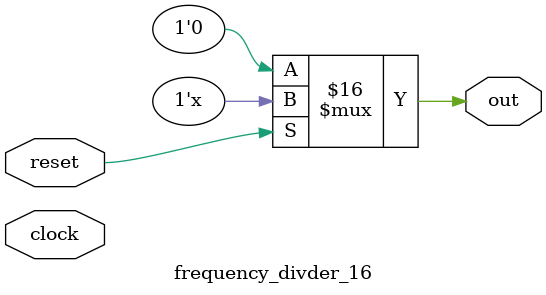
<source format=v>

module frequency_divder_16 (clock, reset, out);
  input clock, reset;
  output out;

  reg out;
  reg [3:0] diver;

  parameter count = 16;

  always @ (posedge clock) begin
    if (~reset) begin
      diver = 0;
    end else begin
      if (diver < count - 1) begin
        diver = diver + 1;
      end else begin
        diver = 0;
      end
    end
  end

  // 產生工作週期 0.03125 波形
  always @ (diver) begin
    if (~reset) begin
      out = 1'b0;
    end else begin
      if (diver == count - 1) begin
        out = ~out;
      end else begin
        out = out;
      end
    end
  end

endmodule // frequency_divder_16

</source>
